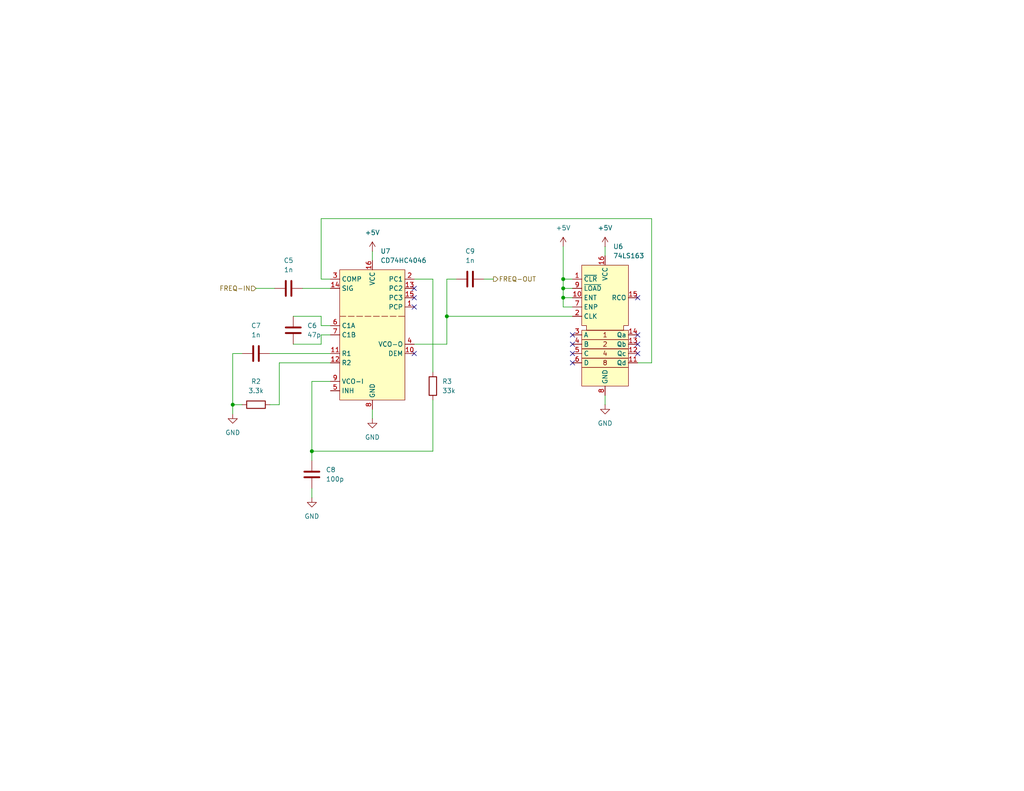
<source format=kicad_sch>
(kicad_sch (version 20231120) (generator "eeschema") (generator_version "8.0")
  (paper "USLetter")
  (title_block (title "Phase-Locked Loop") (date "2024-03-28") (rev "1"))
  (lib_symbols
    (symbol "Device:C" (pin_numbers hide) (pin_names (offset 0.254))
      (property "Reference" "C" (at 0.635 2.54 0))
      (property "Value" "C" (at 0.635 -2.54 0))
      (symbol "C_0_1"
        (polyline (pts (xy -2.032 -0.762) (xy 2.032 -0.762)) (stroke (width 0.508)))
        (polyline (pts (xy -2.032 0.762) (xy 2.032 0.762)) (stroke (width 0.508)))
      )
      (symbol "C_1_1"
        (pin passive line (at 0 3.81 270) (length 2.794) (name "~") (number "1"))
        (pin passive line (at 0 -3.81 90) (length 2.794) (name "~") (number "2"))
      )
    )
    (symbol "Device:R" (pin_numbers hide) (pin_names (offset 0))
      (property "Reference" "R" (at 2.032 0 90))
      (property "Value" "R" (at 0 0 90))
      (symbol "R_0_1"
        (rectangle (start -1.016 -2.54) (end 1.016 2.54) (stroke (width 0.254)))
      )
      (symbol "R_1_1"
        (pin passive line (at 0 3.81 270) (length 1.27) (name "~") (number "1"))
        (pin passive line (at 0 -3.81 90) (length 1.27) (name "~") (number "2"))
      )
    )
    (symbol "msr20:74LS163"
      (property "Reference" "U" (at 1.27 3.81 0))
      (property "Value" "74LS163" (at 1.27 1.016 0))
      (symbol "74LS163_1_1"
        (rectangle (start -6.35 -27.94) (end 6.35 -33.02) (fill (type background)))
        (rectangle (start -6.35 -25.4) (end 6.35 -27.94) (fill (type background)))
        (rectangle (start -6.35 -22.86) (end 6.35 -25.4) (fill (type background)))
        (rectangle (start -6.35 -20.32) (end 6.35 -22.86) (fill (type background)))
        (rectangle (start -6.35 -17.78) (end 6.35 -20.32) (fill (type background)))
        (polyline (pts (xy -6.35 0) (xy -6.35 -16.51) (xy -5.08 -16.51) (xy -5.08 -17.78) (xy 5.08 -17.78) (xy 5.08 -16.51) (xy 6.35 -16.51) (xy 6.35 0) (xy -6.35 0)) (fill (type background)))
        (text "1" (at 0 -19.05 0) (effects (font (size 1.27 1.27))))
        (text "2" (at 0 -21.59 0) (effects (font (size 1.27 1.27))))
        (text "4" (at 0 -24.13 0) (effects (font (size 1.27 1.27))))
        (text "8" (at 0 -26.67 0) (effects (font (size 1.27 1.27))))
        (pin input line (at -8.89 -3.81 0) (length 2.54) (name "~{CLR}") (number "1"))
        (pin input line (at -8.89 -8.89 0) (length 2.54) (name "ENT") (number "10"))
        (pin output line (at 8.89 -26.67 180) (length 2.54) (name "Qd") (number "11"))
        (pin output line (at 8.89 -24.13 180) (length 2.54) (name "Qc") (number "12"))
        (pin output line (at 8.89 -21.59 180) (length 2.54) (name "Qb") (number "13"))
        (pin output line (at 8.89 -19.05 180) (length 2.54) (name "Qa") (number "14"))
        (pin output line (at 8.89 -8.89 180) (length 2.54) (name "RCO") (number "15"))
        (pin power_in line (at 0 2.54 270) (length 2.54) (name "VCC") (number "16"))
        (pin input line (at -8.89 -13.97 0) (length 2.54) (name "CLK") (number "2"))
        (pin input line (at -8.89 -19.05 0) (length 2.54) (name "A") (number "3"))
        (pin input line (at -8.89 -21.59 0) (length 2.54) (name "B") (number "4"))
        (pin input line (at -8.89 -24.13 0) (length 2.54) (name "C") (number "5"))
        (pin input line (at -8.89 -26.67 0) (length 2.54) (name "D") (number "6"))
        (pin input line (at -8.89 -11.43 0) (length 2.54) (name "ENP") (number "7"))
        (pin power_in line (at 0 -35.56 90) (length 2.54) (name "GND") (number "8"))
        (pin input line (at -8.89 -6.35 0) (length 2.54) (name "~{LOAD}") (number "9"))
      )
    )
    (symbol "msr20:CD74HC4046"
      (property "Reference" "U" (at 1.27 3.81 0))
      (property "Value" "CD74HC4046" (at 1.27 1.27 0))
      (symbol "CD74HC4046_1_1"
        (rectangle (start -8.89 0) (end 8.89 -35.56) (fill (type background)))
        (polyline (pts (xy -8.89 -12.7) (xy 8.89 -12.7)) (stroke (width 0) (type dash)))
        (pin output line (at 11.43 -10.16 180) (length 2.54) (name "PCP") (number "1"))
        (pin output line (at 11.43 -22.86 180) (length 2.54) (name "DEM") (number "10"))
        (pin input line (at -11.43 -22.86 0) (length 2.54) (name "R1") (number "11"))
        (pin input line (at -11.43 -25.4 0) (length 2.54) (name "R2") (number "12"))
        (pin output line (at 11.43 -5.08 180) (length 2.54) (name "PC2") (number "13"))
        (pin input line (at -11.43 -5.08 0) (length 2.54) (name "SIG") (number "14"))
        (pin output line (at 11.43 -7.62 180) (length 2.54) (name "PC3") (number "15"))
        (pin power_in line (at 0 2.54 270) (length 2.54) (name "VCC") (number "16"))
        (pin output line (at 11.43 -2.54 180) (length 2.54) (name "PC1") (number "2"))
        (pin input line (at -11.43 -2.54 0) (length 2.54) (name "COMP") (number "3"))
        (pin output line (at 11.43 -20.32 180) (length 2.54) (name "VCO-O") (number "4"))
        (pin input line (at -11.43 -33.02 0) (length 2.54) (name "INH") (number "5"))
        (pin input line (at -11.43 -15.24 0) (length 2.54) (name "C1A") (number "6"))
        (pin input line (at -11.43 -17.78 0) (length 2.54) (name "C1B") (number "7"))
        (pin power_in line (at 0 -38.1 90) (length 2.54) (name "GND") (number "8"))
        (pin input line (at -11.43 -30.48 0) (length 2.54) (name "VCO-I") (number "9"))
      )
    )
    (symbol "power:+5V" (power) (pin_numbers hide) (pin_names (offset 0) hide)
      (property "Value" "+5V" (at 0 3.556 0))
      (symbol "+5V_0_1"
        (polyline (pts (xy -0.762 1.27) (xy 0 2.54)))
        (polyline (pts (xy 0 0) (xy 0 2.54)))
        (polyline (pts (xy 0 2.54) (xy 0.762 1.27)))
      )
      (symbol "+5V_1_1"
        (pin power_in line (at 0 0 90) (length 0) (name "~") (number "1"))
      )
    )
    (symbol "power:GND" (power) (pin_numbers hide) (pin_names (offset 0) hide)
      (property "Value" "GND" (at 0 -3.81 0))
      (symbol "GND_0_1"
        (polyline (pts (xy 0 0) (xy 0 -1.27) (xy 1.27 -1.27) (xy 0 -2.54) (xy -1.27 -1.27) (xy 0 -1.27)))
      )
      (symbol "GND_1_1"
        (pin power_in line (at 0 0 270) (length 0) (name "~") (number "1"))
      )
    )
  )
  (junction (at 85.09 123.19))
  (junction (at 63.5 110.49))
  (junction (at 153.67 78.74))
  (junction (at 121.92 86.36))
  (junction (at 153.67 81.28))
  (junction (at 153.67 76.2))
  (no_connect (at 173.99 96.52))
  (no_connect (at 156.21 91.44))
  (no_connect (at 173.99 93.98))
  (no_connect (at 113.03 83.82))
  (no_connect (at 113.03 78.74))
  (no_connect (at 113.03 96.52))
  (no_connect (at 173.99 81.28))
  (no_connect (at 173.99 91.44))
  (no_connect (at 156.21 99.06))
  (no_connect (at 113.03 81.28))
  (no_connect (at 156.21 93.98))
  (no_connect (at 156.21 96.52))
  (wire (pts (xy 73.66 110.49) (xy 76.2 110.49)))
  (wire (pts (xy 66.04 96.52) (xy 63.5 96.52)))
  (wire (pts (xy 121.92 76.2) (xy 121.92 86.36)))
  (wire (pts (xy 76.2 99.06) (xy 90.17 99.06)))
  (wire (pts (xy 90.17 76.2) (xy 87.63 76.2)))
  (wire (pts (xy 87.63 59.69) (xy 177.8 59.69)))
  (wire (pts (xy 80.01 93.98) (xy 87.63 93.98)))
  (wire (pts (xy 87.63 76.2) (xy 87.63 59.69)))
  (wire (pts (xy 165.1 107.95) (xy 165.1 110.49)))
  (wire (pts (xy 153.67 76.2) (xy 153.67 67.31)))
  (wire (pts (xy 121.92 86.36) (xy 156.21 86.36)))
  (wire (pts (xy 101.6 68.58) (xy 101.6 71.12)))
  (wire (pts (xy 177.8 59.69) (xy 177.8 99.06)))
  (wire (pts (xy 63.5 110.49) (xy 63.5 113.03)))
  (wire (pts (xy 101.6 111.76) (xy 101.6 114.3)))
  (wire (pts (xy 153.67 81.28) (xy 156.21 81.28)))
  (wire (pts (xy 153.67 83.82) (xy 153.67 81.28)))
  (wire (pts (xy 85.09 133.35) (xy 85.09 135.89)))
  (wire (pts (xy 113.03 93.98) (xy 121.92 93.98)))
  (wire (pts (xy 63.5 96.52) (xy 63.5 110.49)))
  (wire (pts (xy 121.92 76.2) (xy 124.46 76.2)))
  (wire (pts (xy 118.11 76.2) (xy 118.11 101.6)))
  (wire (pts (xy 113.03 76.2) (xy 118.11 76.2)))
  (wire (pts (xy 165.1 67.31) (xy 165.1 69.85)))
  (wire (pts (xy 156.21 83.82) (xy 153.67 83.82)))
  (wire (pts (xy 69.85 78.74) (xy 74.93 78.74)))
  (wire (pts (xy 85.09 123.19) (xy 85.09 125.73)))
  (wire (pts (xy 63.5 110.49) (xy 66.04 110.49)))
  (wire (pts (xy 85.09 123.19) (xy 118.11 123.19)))
  (wire (pts (xy 153.67 81.28) (xy 153.67 78.74)))
  (wire (pts (xy 121.92 86.36) (xy 121.92 93.98)))
  (wire (pts (xy 132.08 76.2) (xy 134.62 76.2)))
  (wire (pts (xy 87.63 93.98) (xy 87.63 91.44)))
  (wire (pts (xy 90.17 104.14) (xy 85.09 104.14)))
  (wire (pts (xy 153.67 76.2) (xy 156.21 76.2)))
  (wire (pts (xy 73.66 96.52) (xy 90.17 96.52)))
  (wire (pts (xy 118.11 123.19) (xy 118.11 109.22)))
  (wire (pts (xy 87.63 91.44) (xy 90.17 91.44)))
  (wire (pts (xy 85.09 104.14) (xy 85.09 123.19)))
  (wire (pts (xy 153.67 78.74) (xy 153.67 76.2)))
  (wire (pts (xy 90.17 88.9) (xy 87.63 88.9)))
  (wire (pts (xy 177.8 99.06) (xy 173.99 99.06)))
  (wire (pts (xy 76.2 110.49) (xy 76.2 99.06)))
  (wire (pts (xy 80.01 86.36) (xy 87.63 86.36)))
  (wire (pts (xy 82.55 78.74) (xy 90.17 78.74)))
  (wire (pts (xy 87.63 88.9) (xy 87.63 86.36)))
  (wire (pts (xy 153.67 78.74) (xy 156.21 78.74)))
  (hierarchical_label "FREQ-OUT" (shape output) (at 134.62 76.2 0))
  (hierarchical_label "FREQ-IN" (shape input) (at 69.85 78.74 180))
  (symbol (lib_id "Device:R") (at 118.11 105.41 0) (unit 1)
    (property "Reference" "R3" (at 120.65 104.1399 0) (effects (justify left)))
    (property "Value" "33k" (at 120.65 106.6799 0) (effects (justify left)))
    (property "Description" "Resistor" (effects (hide yes)))
  )
  (symbol (lib_id "power:GND") (at 63.5 113.03 0) (unit 1)
    (property "Reference" "#PWR022" (effects (hide yes)))
    (property "Value" "GND" (at 63.5 118.11 0))
    (property "Description" "Power symbol creates a global label with name \"GND\" , ground" (effects (hide yes)))
  )
  (symbol (lib_id "Device:C") (at 80.01 90.17 180) (unit 1)
    (property "Reference" "C6" (at 83.82 88.8999 0) (effects (justify right)))
    (property "Value" "47p" (at 83.82 91.4399 0) (effects (justify right)))
    (property "Description" "Unpolarized capacitor" (effects (hide yes)))
  )
  (symbol (lib_id "msr20:74LS163") (at 165.1 72.39 0) (unit 1)
    (property "Reference" "U6" (at 167.2941 67.31 0) (effects (justify left)))
    (property "Value" "74LS163" (at 167.2941 69.85 0) (effects (justify left)))
    (property "Footprint" "Package_DIP:DIP-16_W7.62mm_LongPads" (effects (hide yes)))
    (property "Datasheet" "https://www.ti.com/general/docs/suppproductinfo.tsp?distId=10&gotoUrl=https%3A%2F%2Fwww.ti.com%2Flit%2Fgpn%2Fsn74ls163a" (effects (hide yes)))
    (property "Description" "Synchronous 4-bit counter" (effects (hide yes)))
  )
  (symbol (lib_id "Device:R") (at 69.85 110.49 90) (unit 1)
    (property "Reference" "R2" (at 69.85 104.14 90))
    (property "Value" "3.3k" (at 69.85 106.68 90))
    (property "Description" "Resistor" (effects (hide yes)))
  )
  (symbol (lib_id "power:GND") (at 101.6 114.3 0) (unit 1)
    (property "Reference" "#PWR020" (effects (hide yes)))
    (property "Value" "GND" (at 101.6 119.38 0))
    (property "Description" "Power symbol creates a global label with name \"GND\" , ground" (effects (hide yes)))
  )
  (symbol (lib_id "Device:C") (at 69.85 96.52 90) (unit 1)
    (property "Reference" "C7" (at 69.85 88.9 90))
    (property "Value" "1n" (at 69.85 91.44 90))
    (property "Description" "Unpolarized capacitor" (effects (hide yes)))
  )
  (symbol (lib_id "Device:C") (at 85.09 129.54 180) (unit 1)
    (property "Reference" "C8" (at 88.9 128.2699 0) (effects (justify right)))
    (property "Value" "100p" (at 88.9 130.8099 0) (effects (justify right)))
    (property "Description" "Unpolarized capacitor" (effects (hide yes)))
  )
  (symbol (lib_id "Device:C") (at 128.27 76.2 90) (unit 1)
    (property "Reference" "C9" (at 128.27 68.58 90))
    (property "Value" "1n" (at 128.27 71.12 90))
    (property "Description" "Unpolarized capacitor" (effects (hide yes)))
  )
  (symbol (lib_id "power:+5V") (at 101.6 68.58 0) (unit 1)
    (property "Reference" "#PWR09" (effects (hide yes)))
    (property "Value" "+5V" (at 101.6 63.5 0))
    (property "Description" "Power symbol creates a global label with name \"+5V\"" (effects (hide yes)))
  )
  (symbol (lib_id "power:GND") (at 85.09 135.89 0) (unit 1)
    (property "Reference" "#PWR023" (effects (hide yes)))
    (property "Value" "GND" (at 85.09 140.97 0))
    (property "Description" "Power symbol creates a global label with name \"GND\" , ground" (effects (hide yes)))
  )
  (symbol (lib_id "power:GND") (at 165.1 110.49 0) (unit 1)
    (property "Reference" "#PWR021" (effects (hide yes)))
    (property "Value" "GND" (at 165.1 115.57 0))
    (property "Description" "Power symbol creates a global label with name \"GND\" , ground" (effects (hide yes)))
  )
  (symbol (lib_id "msr20:CD74HC4046") (at 101.6 73.66 0) (unit 1)
    (property "Reference" "U7" (at 103.7941 68.58 0) (effects (justify left)))
    (property "Value" "CD74HC4046" (at 103.7941 71.12 0) (effects (justify left)))
    (property "Footprint" "Package_DIP:DIP-16_W7.62mm_LongPads" (effects (hide yes)))
    (property "Datasheet" "https://www.ti.com/lit/ds/symlink/cd74hc4046a.pdf?ts=1711386107603&ref_url=https%253A%252F%252Fwww.google.com%252F" (effects (hide yes)))
    (property "Description" "High-speed CMOS PLL with VCO" (effects (hide yes)))
  )
  (symbol (lib_id "power:+5V") (at 165.1 67.31 0) (unit 1)
    (property "Reference" "#PWR019" (effects (hide yes)))
    (property "Value" "+5V" (at 165.1 62.23 0))
    (property "Description" "Power symbol creates a global label with name \"+5V\"" (effects (hide yes)))
  )
  (symbol (lib_id "power:+5V") (at 153.67 67.31 0) (unit 1)
    (property "Reference" "#PWR024" (effects (hide yes)))
    (property "Value" "+5V" (at 153.67 62.23 0))
    (property "Description" "Power symbol creates a global label with name \"+5V\"" (effects (hide yes)))
  )
  (symbol (lib_id "Device:C") (at 78.74 78.74 90) (unit 1)
    (property "Reference" "C5" (at 78.74 71.12 90))
    (property "Value" "1n" (at 78.74 73.66 90))
    (property "Description" "Unpolarized capacitor" (effects (hide yes)))
  )
)
</source>
